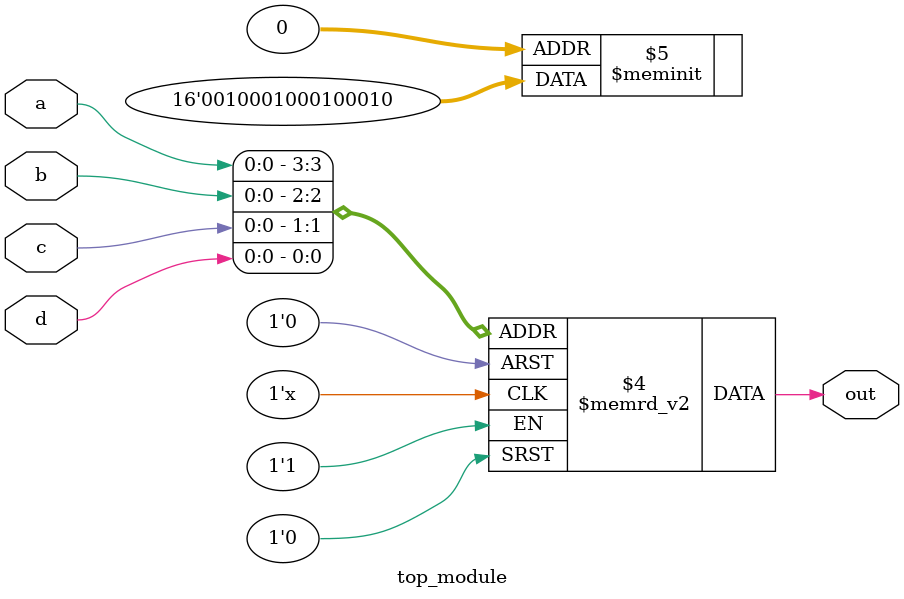
<source format=sv>
module top_module (
    input a, 
    input b,
    input c,
    input d,
    output reg out
);

always @(*) begin
    case ({a, b, c, d})
        4'b0001: out = 1'b1;
        4'b0011: out = 1'b0;
        4'b0101: out = 1'b1;
        4'b0111: out = 1'b0;
        4'b1001: out = 1'b1;
        4'b1011: out = 1'b0;
        4'b1101: out = 1'b1;
        4'b1111: out = 1'b0;
        default: out = 1'b0;
    endcase
end

endmodule

</source>
